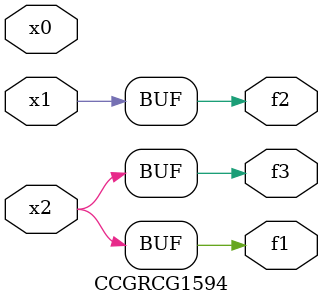
<source format=v>
module CCGRCG1594(
	input x0, x1, x2,
	output f1, f2, f3
);
	assign f1 = x2;
	assign f2 = x1;
	assign f3 = x2;
endmodule

</source>
